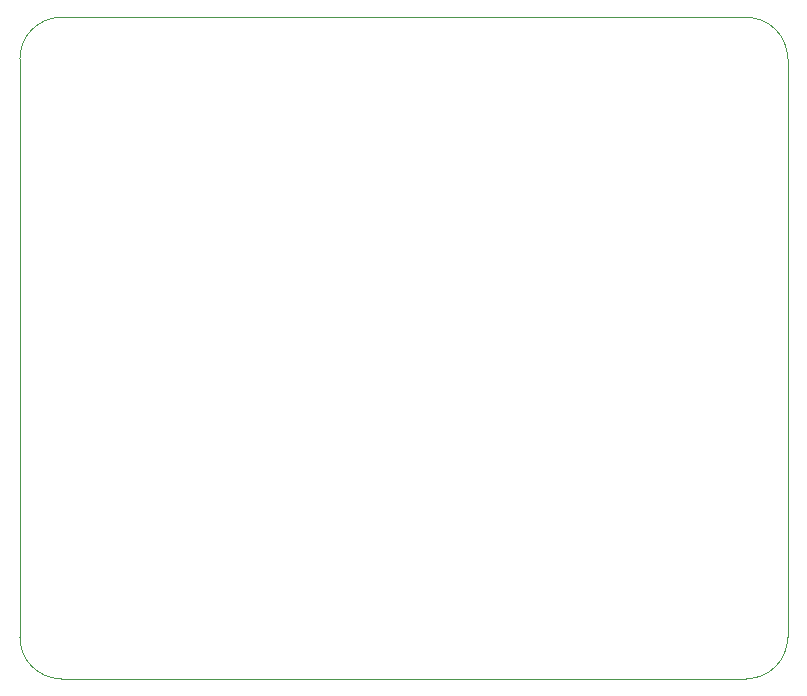
<source format=gbr>
G04 #@! TF.GenerationSoftware,KiCad,Pcbnew,5.1.5-52549c5~84~ubuntu18.04.1*
G04 #@! TF.CreationDate,2020-01-16T02:56:41-05:00*
G04 #@! TF.ProjectId,PiADC2,50694144-4332-42e6-9b69-6361645f7063,1.0*
G04 #@! TF.SameCoordinates,Original*
G04 #@! TF.FileFunction,Profile,NP*
%FSLAX46Y46*%
G04 Gerber Fmt 4.6, Leading zero omitted, Abs format (unit mm)*
G04 Created by KiCad (PCBNEW 5.1.5-52549c5~84~ubuntu18.04.1) date 2020-01-16 02:56:41*
%MOMM*%
%LPD*%
G04 APERTURE LIST*
%ADD10C,0.120000*%
G04 APERTURE END LIST*
D10*
X110700000Y-129970000D02*
X168700000Y-129970000D01*
X172200000Y-77470000D02*
X172200000Y-126470000D01*
X107200000Y-77470000D02*
X107200000Y-126470000D01*
X172200000Y-126470000D02*
G75*
G02X168700000Y-129970000I-3500000J0D01*
G01*
X110700000Y-129970000D02*
G75*
G02X107200000Y-126470000I0J3500000D01*
G01*
X110700000Y-73970000D02*
X168700000Y-73970000D01*
X168700000Y-73970000D02*
G75*
G02X172200000Y-77470000I0J-3500000D01*
G01*
X107200000Y-77470000D02*
G75*
G02X110700000Y-73970000I3500000J0D01*
G01*
M02*

</source>
